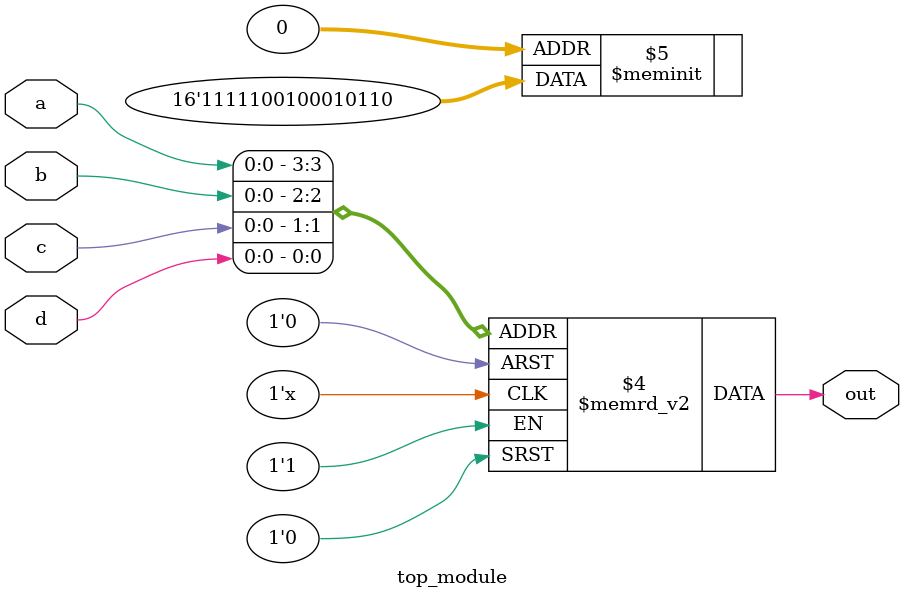
<source format=sv>
module top_module (
    input a,
    input b,
    input c,
    input d,
    output reg out
);

    always @(a, b, c, d)
        case ({a, b, c, d})
            4'b0000: out = 1'b0;
            4'b0001: out = 1'b1;
            4'b0010: out = 1'b1;
            4'b0011: out = 1'b0;
            4'b0100: out = 1'b1;
            4'b0101: out = 1'b0;
            4'b0110: out = 1'b0;
            4'b0111: out = 1'b0;
            4'b1000: out = 1'b1;
            4'b1001: out = 1'b0;
            4'b1010: out = 1'b0;
            4'b1011: out = 1'b1;
            4'b1100: out = 1'b1;
            4'b1101: out = 1'b1;
            4'b1110: out = 1'b1;
            4'b1111: out = 1'b1;
        endcase

endmodule

</source>
